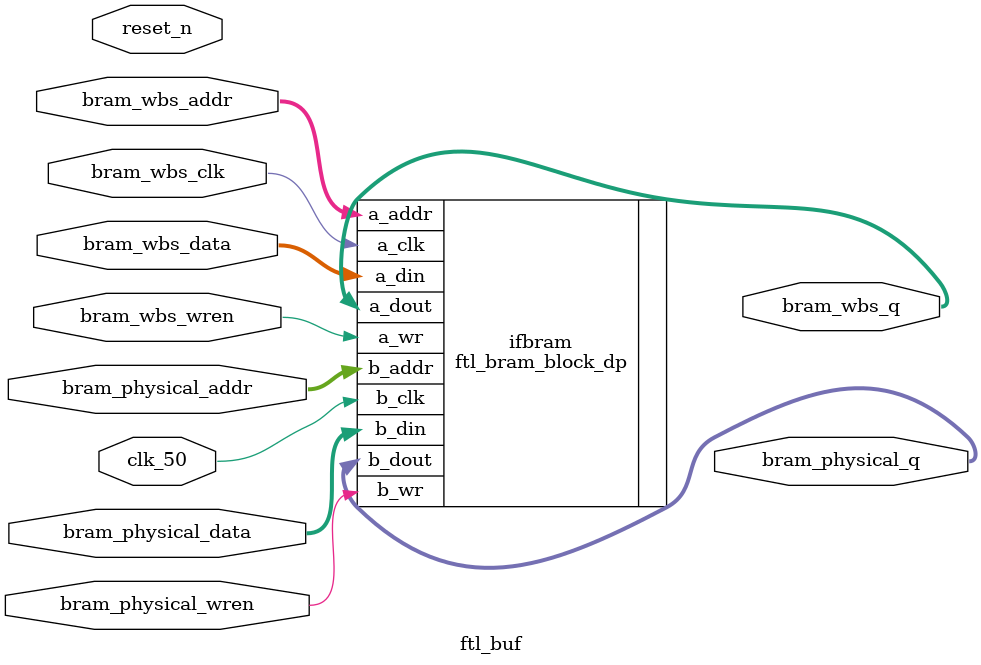
<source format=v>
/*
   Copyright 2015, Google Inc.

   Licensed under the Apache License, Version 2.0 (the "License");
   you may not use this file except in compliance with the License.
   You may obtain a copy of the License at

       http://www.apache.org/licenses/LICENSE-2.0

   Unless required by applicable law or agreed to in writing, software
   distributed under the License is distributed on an "AS IS" BASIS,
   WITHOUT WARRANTIES OR CONDITIONS OF ANY KIND, either express or implied.
   See the License for the specific language governing permissions and
   limitations under the License.
*/
module ftl_buf (
   input  wire        clk_50,
   input  wire        reset_n,

   // port for ftl_wbs (external clock) (should be SDHC)
   input  wire        bram_wbs_clk,
   input  wire [15:0] bram_wbs_addr,
   input  wire        bram_wbs_wren,
   input  wire [31:0] bram_wbs_data,
   output wire [31:0] bram_wbs_q,

   // port to ftl_physical
   input  wire [15:0] bram_physical_addr,
   input  wire        bram_physical_wren,
   input  wire [31:0] bram_physical_data,
   output wire [31:0] bram_physical_q
);

`include "ftl_const.vh"

// 131072 byte bram (2^15=32768 x 32bit word)
ftl_bram_block_dp #(32, 15) ifbram (
   .a_clk  ( bram_wbs_clk ),
   .a_wr   ( bram_wbs_wren ),
   .a_addr ( bram_wbs_addr ),
   .a_din  ( bram_wbs_data ),
   .a_dout ( bram_wbs_q ),
   
   .b_clk  ( clk_50 ),
   .b_wr   ( bram_physical_wren ),
   .b_addr ( bram_physical_addr ),
   .b_din  ( bram_physical_data ),
   .b_dout ( bram_physical_q )
);

endmodule

</source>
